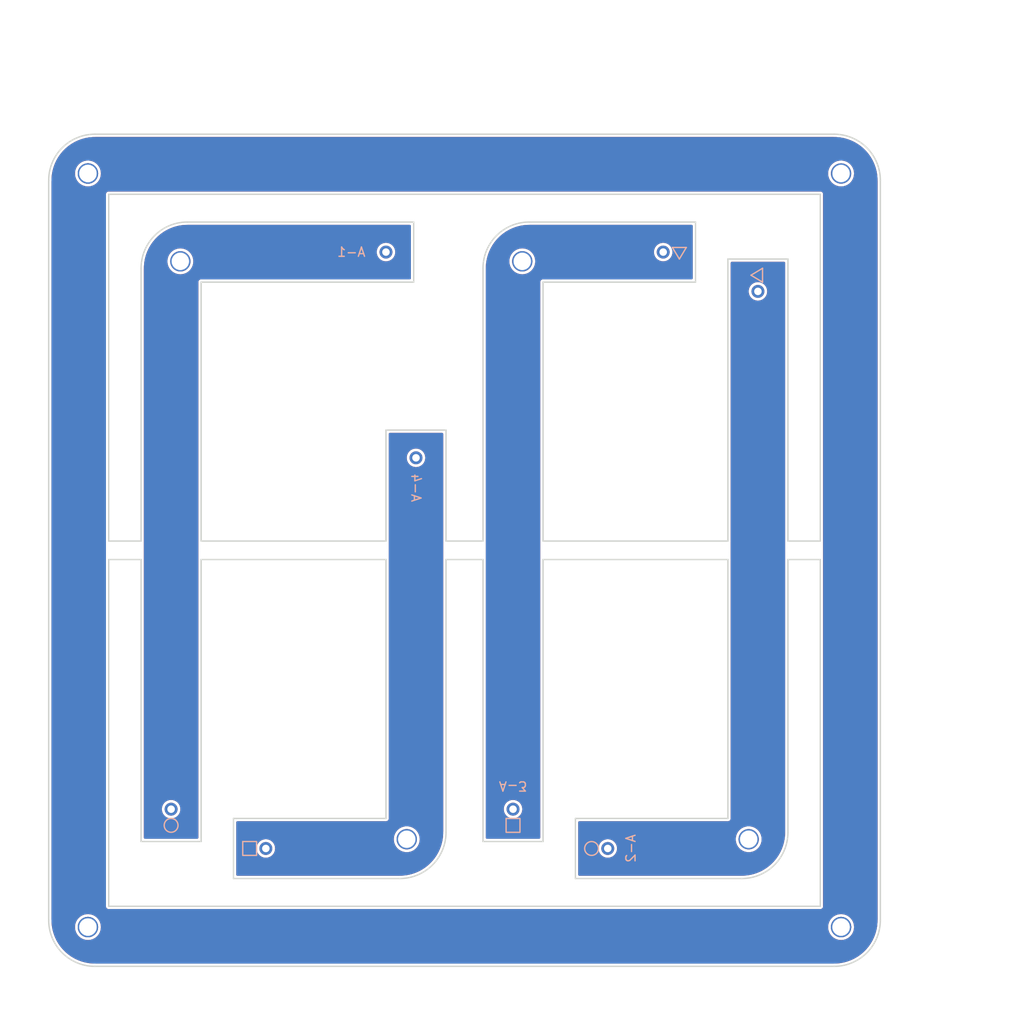
<source format=kicad_pcb>
(kicad_pcb (version 20210228) (generator pcbnew)
  (title_block (title "Kasumigasane Keypad") (company "@e3w2q"))
  (layers (0 "F.Cu" signal) (31 "B.Cu" signal) (34 "B.Paste" user) (35 "F.Paste" user) (36 "B.SilkS" user "B.Silkscreen") (37 "F.SilkS" user "F.Silkscreen") (38 "B.Mask" user) (39 "F.Mask" user) (44 "Edge.Cuts" user))
  (net 0 "")
  (footprint "#footprint:M2_ThroughHole" (layer "F.Cu") (at 25.75 107.25 90)
    (fp_text reference "" hide)
    (fp_text value "" hide)
    (pad "" thru_hole circle (at 0 0 90) (size 2.2 2.2) (drill 1.88) (layers *.Cu *.Mask))
  )
  (footprint "#footprint:1pin_conn_rev3" (layer "F.Cu") (at 58 34.25 90)
    (fp_text reference "" hide)
    (fp_text value "" hide)
    (pad "" thru_hole circle (at 0 0 90) (size 1.4 1.4) (drill 0.8128) (layers *.Cu *.Mask))
  )
  (footprint "#footprint:1pin_conn_rev3" (layer "F.Cu") (at 82 98.75)
    (fp_text reference "" hide)
    (fp_text value "" hide)
    (pad "" thru_hole circle (at 0 0) (size 1.4 1.4) (drill 0.8128) (layers *.Cu *.Mask))
  )
  (footprint "#footprint:0.8mm_NPTH" (layer "F.Cu") (at 57.5 66.5 90)
    (fp_text reference "" hide)
    (fp_text value "" hide)
    (pad "" np_thru_hole circle (at 0 0 90) (size 0.8 0.8) (drill 0.8) (layers F&B.Cu *.Mask))
  )
  (footprint "#footprint:M2_ThroughHole" (layer "F.Cu") (at 25.75 25.75)
    (fp_text reference "" hide)
    (fp_text value "" hide)
    (pad "" thru_hole circle (at 0 0) (size 2.2 2.2) (drill 1.88) (layers *.Cu *.Mask))
  )
  (footprint "#footprint:1pin_conn_rev3" (layer "F.Cu") (at 71.75 50.5 90)
    (fp_text reference "" hide)
    (fp_text value "" hide)
  )
  (footprint "#footprint:1pin_conn_rev3" (layer "F.Cu") (at 41 24.75 180)
    (fp_text reference "" hide)
    (fp_text value "" hide)
  )
  (footprint "#footprint:1pin_conn_rev3" (layer "F.Cu") (at 98.25 38.5 180)
    (fp_text reference "" hide)
    (fp_text value "" hide)
    (pad "" thru_hole circle (at 0 0 180) (size 1.4 1.4) (drill 0.8128) (layers *.Cu *.Mask))
  )
  (footprint "#footprint:1pin_conn_rev3" (layer "F.Cu") (at 61.25 82.5 -90)
    (fp_text reference "" hide)
    (fp_text value "" hide)
  )
  (footprint "#footprint:0.8mm_NPTH" (layer "F.Cu") (at 68 66.5 90)
    (fp_text reference "" hide)
    (fp_text value "" hide)
    (pad "" np_thru_hole circle (at 0 0 90) (size 0.8 0.8) (drill 0.8) (layers F&B.Cu *.Mask))
  )
  (footprint "#footprint:0.8mm_NPTH" (layer "F.Cu") (at 75.5 66.5 90)
    (fp_text reference "" hide)
    (fp_text value "" hide)
    (pad "" np_thru_hole circle (at 0 0 90) (size 0.8 0.8) (drill 0.8) (layers F&B.Cu *.Mask))
  )
  (footprint "#footprint:1pin_conn_rev3" (layer "F.Cu") (at 71.75 50.5 90)
    (fp_text reference "" hide)
    (fp_text value "" hide)
  )
  (footprint "#footprint:M2_ThroughHole" (layer "F.Cu") (at 107.25 25.75 -90)
    (fp_text reference "" hide)
    (fp_text value "" hide)
    (pad "" thru_hole circle (at 0 0 270) (size 2.2 2.2) (drill 1.88) (layers *.Cu *.Mask))
  )
  (footprint "#footprint:1pin_conn_rev3" (layer "F.Cu") (at 51 34.25 180)
    (fp_text reference "" hide)
    (fp_text value "" hide)
  )
  (footprint "#footprint:0.8mm_NPTH" (layer "F.Cu") (at 28.5 66.5 90)
    (fp_text reference "" hide)
    (fp_text value "" hide)
    (pad "" np_thru_hole circle (at 0 0 90) (size 0.8 0.8) (drill 0.8) (layers F&B.Cu *.Mask))
  )
  (footprint "#footprint:M2_ThroughHole" (layer "F.Cu") (at 60.25 97.75 180)
    (fp_text reference "" hide)
    (fp_text value "" hide)
    (pad "" thru_hole circle (at 0 0 180) (size 2.2 2.2) (drill 1.88) (layers *.Cu *.Mask))
  )
  (footprint "#footprint:1pin_conn_rev3" (layer "F.Cu") (at 88 34.25 180)
    (fp_text reference "" hide)
    (fp_text value "" hide)
    (pad "" thru_hole circle (at 0 0 180) (size 1.4 1.4) (drill 0.8128) (layers *.Cu *.Mask))
  )
  (footprint "#footprint:1pin_conn_rev3" (layer "F.Cu") (at 92 24.75)
    (fp_text reference "" hide)
    (fp_text value "" hide)
  )
  (footprint "#footprint:M2_ThroughHole" (layer "F.Cu") (at 107.25 107.25 180)
    (fp_text reference "" hide)
    (fp_text value "" hide)
    (pad "" thru_hole circle (at 0 0 180) (size 2.2 2.2) (drill 1.88) (layers *.Cu *.Mask))
  )
  (footprint "#footprint:1pin_conn_rev3" (layer "F.Cu") (at 108.25 41 90)
    (fp_text reference "" hide)
    (fp_text value "" hide)
  )
  (footprint "#footprint:M2_ThroughHole" (layer "F.Cu") (at 25.75 107.25 90)
    (fp_text reference "" hide)
    (fp_text value "" hide)
    (pad "" thru_hole circle (at 0 0 90) (size 2.2 2.2) (drill 1.88) (layers *.Cu *.Mask))
  )
  (footprint "#footprint:1pin_conn_rev3" (layer "F.Cu") (at 71.75 94.5 -90)
    (fp_text reference "" hide)
    (fp_text value "" hide)
    (pad "" thru_hole circle (at 0 0 270) (size 1.4 1.4) (drill 0.8128) (layers *.Cu *.Mask))
  )
  (footprint "#footprint:M2_ThroughHole" (layer "F.Cu") (at 72.75 35.25)
    (fp_text reference "" hide)
    (fp_text value "" hide)
    (pad "" thru_hole circle (at 0 0) (size 2.2 2.2) (drill 1.88) (layers *.Cu *.Mask))
  )
  (footprint "#footprint:M2_ThroughHole" (layer "F.Cu") (at 35.75 35.25)
    (fp_text reference "" hide)
    (fp_text value "" hide)
  )
  (footprint "#footprint:M2_ThroughHole" (layer "F.Cu") (at 35.75 35.25)
    (fp_text reference "" hide)
    (fp_text value "" hide)
    (pad "" thru_hole circle (at 0 0) (size 2.2 2.2) (drill 1.88) (layers *.Cu *.Mask))
  )
  (footprint "#footprint:0.8mm_NPTH" (layer "F.Cu") (at 102 66.5 90)
    (fp_text reference "" hide)
    (fp_text value "" hide)
    (pad "" np_thru_hole circle (at 0 0 90) (size 0.8 0.8) (drill 0.8) (layers F&B.Cu *.Mask))
  )
  (footprint "#footprint:1pin_conn_rev3" (layer "F.Cu") (at 98.25 82.5 -90)
    (fp_text reference "" hide)
    (fp_text value "" hide)
  )
  (footprint "#footprint:0.8mm_NPTH" (layer "F.Cu") (at 31 66.5 90)
    (fp_text reference "" hide)
    (fp_text value "" hide)
    (pad "" np_thru_hole circle (at 0 0 90) (size 0.8 0.8) (drill 0.8) (layers F&B.Cu *.Mask))
  )
  (footprint "#footprint:1pin_conn_rev3" (layer "F.Cu") (at 51 34.25 180)
    (fp_text reference "" hide)
    (fp_text value "" hide)
  )
  (footprint "#footprint:1pin_conn_rev3" (layer "F.Cu") (at 108.25 92 -90)
    (fp_text reference "" hide)
    (fp_text value "" hide)
  )
  (footprint "#footprint:0.8mm_NPTH" (layer "F.Cu") (at 38.5 66.5 90)
    (fp_text reference "" hide)
    (fp_text value "" hide)
    (pad "" np_thru_hole circle (at 0 0 90) (size 0.8 0.8) (drill 0.8) (layers F&B.Cu *.Mask))
  )
  (footprint "#footprint:M2_ThroughHole" (layer "F.Cu") (at 25.75 25.75)
    (fp_text reference "" hide)
    (fp_text value "" hide)
    (pad "" thru_hole circle (at 0 0) (size 2.2 2.2) (drill 1.88) (layers *.Cu *.Mask))
  )
  (footprint "#footprint:M2_ThroughHole" (layer "F.Cu") (at 107.25 107.25 180)
    (fp_text reference "" hide)
    (fp_text value "" hide)
    (pad "" thru_hole circle (at 0 0 180) (size 2.2 2.2) (drill 1.88) (layers *.Cu *.Mask))
  )
  (footprint "#footprint:0.8mm_NPTH" (layer "F.Cu") (at 94.5 66.5 90)
    (fp_text reference "" hide)
    (fp_text value "" hide)
    (pad "" np_thru_hole circle (at 0 0 90) (size 0.8 0.8) (drill 0.8) (layers F&B.Cu *.Mask))
  )
  (footprint "#footprint:0.8mm_NPTH" (layer "F.Cu") (at 65 66.5 90)
    (fp_text reference "" hide)
    (fp_text value "" hide)
    (pad "" np_thru_hole circle (at 0 0 90) (size 0.8 0.8) (drill 0.8) (layers F&B.Cu *.Mask))
  )
  (footprint "#footprint:1pin_conn_rev3" (layer "F.Cu") (at 98.25 82.5 -90)
    (fp_text reference "" hide)
    (fp_text value "" hide)
  )
  (footprint "#footprint:1pin_conn_rev3" (layer "F.Cu") (at 92 108.25)
    (fp_text reference "" hide)
    (fp_text value "" hide)
  )
  (footprint "#footprint:1pin_conn_rev3" (layer "F.Cu") (at 61.25 56.5)
    (fp_text reference "" hide)
    (fp_text value "" hide)
    (pad "" thru_hole circle (at 0 0) (size 1.4 1.4) (drill 0.8128) (layers *.Cu *.Mask))
  )
  (footprint "#footprint:1pin_conn_rev3" (layer "F.Cu") (at 24.75 41 90)
    (fp_text reference "" hide)
    (fp_text value "" hide)
  )
  (footprint "#footprint:KG-3-mizutama" (layer "F.Cu") (at 66.5 66.5)
    (fp_text reference "G***")
    (fp_text value "LOGO" hide)
  )
  (footprint "#footprint:1pin_conn_rev3" (layer "F.Cu") (at 24.75 92 -90)
    (fp_text reference "" hide)
    (fp_text value "" hide)
  )
  (footprint "#footprint:0.8mm_NPTH" (layer "F.Cu") (at 104.5 66.5 90)
    (fp_text reference "" hide)
    (fp_text value "" hide)
    (pad "" np_thru_hole circle (at 0 0 90) (size 0.8 0.8) (drill 0.8) (layers F&B.Cu *.Mask))
  )
  (footprint "#footprint:1pin_conn_rev3" (layer "F.Cu") (at 45 98.75)
    (fp_text reference "" hide)
    (fp_text value "" hide)
    (pad "" thru_hole circle (at 0 0) (size 1.4 1.4) (drill 0.8128) (layers *.Cu *.Mask))
  )
  (footprint "#footprint:1pin_conn_rev3" (layer "F.Cu") (at 41 108.25 180)
    (fp_text reference "" hide)
    (fp_text value "" hide)
  )
  (footprint "#footprint:M2_ThroughHole" (layer "F.Cu") (at 97.25 97.75 180)
    (fp_text reference "" hide)
    (fp_text value "" hide)
    (pad "" thru_hole circle (at 0 0 180) (size 2.2 2.2) (drill 1.88) (layers *.Cu *.Mask))
  )
  (footprint "#footprint:1pin_conn_rev3" (layer "F.Cu") (at 34.75 94.5 90)
    (fp_text reference "" hide)
    (fp_text value "" hide)
    (pad "" thru_hole circle (at 0 0 90) (size 1.4 1.4) (drill 0.8128) (layers *.Cu *.Mask))
  )
  (footprint "#footprint:KG-4-koume" (layer "B.Cu") (at 66.5 66.5 180)
    (fp_text reference "G***")
    (fp_text value "LOGO" hide)
  )
  (gr_line (start 89 33.75) (end 90.5 33.75) (layer "B.SilkS") (width 0.15))
  (gr_line (start 98.75 37.5) (end 97.5 36.75) (layer "B.SilkS") (width 0.15))
  (gr_circle (center 80.25 98.75) (end 81 98.75) (layer "B.SilkS") (width 0.15) (fill none))
  (gr_circle (center 34.75 96.25) (end 35.5 96.25) (layer "B.SilkS") (width 0.15) (fill none))
  (gr_line (start 90.5 33.75) (end 89.75 35) (layer "B.SilkS") (width 0.15))
  (gr_line (start 98.75 36) (end 97.5 36.75) (layer "B.SilkS") (width 0.15))
  (gr_rect (start 42.5 98) (end 44 99.5) (layer "B.SilkS") (width 0.15) (fill none))
  (gr_line (start 89 33.75) (end 89.75 35) (layer "B.SilkS") (width 0.15))
  (gr_rect (start 72.5 95.5) (end 71 97) (layer "B.SilkS") (width 0.15) (fill none))
  (gr_line (start 98.75 36) (end 98.75 37.5) (layer "B.SilkS") (width 0.15))
  (gr_line (start 41.5 102) (end 41.5 95.5) (layer "Edge.Cuts") (width 0.15))
  (gr_line (start 68.5 67.5) (end 68.5 98) (layer "Edge.Cuts") (width 0.15))
  (gr_line (start 31.5 67.5) (end 31.5 98) (layer "Edge.Cuts") (width 0.15))
  (gr_arc (start 106.5 26.5) (end 111.5 26.5) (angle -90) (layer "Edge.Cuts") (width 0.15))
  (gr_arc (start 106.5 106.5) (end 106.5 111.5) (angle -90) (layer "Edge.Cuts") (width 0.15))
  (gr_line (start 31.5 36) (end 31.5 65.5) (layer "Edge.Cuts") (width 0.15))
  (gr_line (start 61 37.5) (end 38 37.5) (layer "Edge.Cuts") (width 0.15))
  (gr_line (start 78.5 102) (end 96.5 102) (layer "Edge.Cuts") (width 0.15))
  (gr_line (start 58 53.5) (end 58 65.5) (layer "Edge.Cuts") (width 0.15))
  (gr_line (start 28 65.5) (end 28 28) (layer "Edge.Cuts") (width 0.15))
  (gr_line (start 61 37.5) (end 61 31) (layer "Edge.Cuts") (width 0.15))
  (gr_line (start 26.5 21.5) (end 106.5 21.5) (layer "Edge.Cuts") (width 0.15))
  (gr_arc (start 36.5 36) (end 36.5 31) (angle -90) (layer "Edge.Cuts") (width 0.15))
  (gr_arc (start 96.5 97) (end 96.5 102) (angle -90) (layer "Edge.Cuts") (width 0.15))
  (gr_line (start 59.5 102) (end 41.5 102) (layer "Edge.Cuts") (width 0.15))
  (gr_line (start 31.5 98) (end 38 98) (layer "Edge.Cuts") (width 0.15))
  (gr_line (start 26.5 111.5) (end 106.5 111.5) (layer "Edge.Cuts") (width 0.15))
  (gr_line (start 58 65.5) (end 38 65.5) (layer "Edge.Cuts") (width 0.15))
  (gr_line (start 75 65.5) (end 95 65.5) (layer "Edge.Cuts") (width 0.15))
  (gr_line (start 58 67.5) (end 38 67.5) (layer "Edge.Cuts") (width 0.15))
  (gr_line (start 75 98) (end 75 67.5) (layer "Edge.Cuts") (width 0.15))
  (gr_line (start 101.5 97) (end 101.5 67.5) (layer "Edge.Cuts") (width 0.15))
  (gr_line (start 68.5 65.5) (end 68.5 36) (layer "Edge.Cuts") (width 0.15))
  (gr_line (start 58 53.5) (end 64.5 53.5) (layer "Edge.Cuts") (width 0.15))
  (gr_line (start 101.5 65.5) (end 105 65.5) (layer "Edge.Cuts") (width 0.15))
  (gr_line (start 78.5 102) (end 78.5 95.5) (layer "Edge.Cuts") (width 0.15))
  (gr_line (start 91.5 31) (end 73.5 31) (layer "Edge.Cuts") (width 0.15))
  (gr_line (start 28 67.5) (end 31.5 67.5) (layer "Edge.Cuts") (width 0.15))
  (gr_arc (start 26.5 106.5) (end 21.5 106.5) (angle -90) (layer "Edge.Cuts") (width 0.15))
  (gr_line (start 58 95.5) (end 41.5 95.5) (layer "Edge.Cuts") (width 0.15))
  (gr_line (start 28 105) (end 28 67.5) (layer "Edge.Cuts") (width 0.15))
  (gr_line (start 68.5 98) (end 75 98) (layer "Edge.Cuts") (width 0.15))
  (gr_line (start 21.5 26.5) (end 21.5 106.5) (layer "Edge.Cuts") (width 0.15))
  (gr_line (start 91.5 31) (end 91.5 37.5) (layer "Edge.Cuts") (width 0.15))
  (gr_line (start 95 67.5) (end 95 95.5) (layer "Edge.Cuts") (width 0.15))
  (gr_line (start 64.5 67.5) (end 68.5 67.5) (layer "Edge.Cuts") (width 0.15))
  (gr_line (start 95 35) (end 95 65.5) (layer "Edge.Cuts") (width 0.15))
  (gr_line (start 28 28) (end 105 28) (layer "Edge.Cuts") (width 0.15))
  (gr_line (start 75 67.5) (end 95 67.5) (layer "Edge.Cuts") (width 0.15))
  (gr_line (start 38 37.5) (end 38 65.5) (layer "Edge.Cuts") (width 0.15))
  (gr_line (start 111.5 26.5) (end 111.5 106.5) (layer "Edge.Cuts") (width 0.15))
  (gr_line (start 38 98) (end 38 67.5) (layer "Edge.Cuts") (width 0.15))
  (gr_arc (start 73.5 36) (end 73.5 31) (angle -90) (layer "Edge.Cuts") (width 0.15))
  (gr_line (start 64.5 65.5) (end 64.5 53.5) (layer "Edge.Cuts") (width 0.15))
  (gr_arc (start 26.5 26.5) (end 26.5 21.5) (angle -90) (layer "Edge.Cuts") (width 0.15))
  (gr_line (start 64.5 65.5) (end 68.5 65.5) (layer "Edge.Cuts") (width 0.15))
  (gr_line (start 101.5 65.5) (end 101.5 35) (layer "Edge.Cuts") (width 0.15))
  (gr_line (start 58 67.5) (end 58 95.5) (layer "Edge.Cuts") (width 0.15))
  (gr_line (start 28 105) (end 105 105) (layer "Edge.Cuts") (width 0.15))
  (gr_line (start 91.5 37.5) (end 75 37.5) (layer "Edge.Cuts") (width 0.15))
  (gr_line (start 105 67.5) (end 105 105) (layer "Edge.Cuts") (width 0.15))
  (gr_arc (start 59.5 97) (end 59.5 102) (angle -90) (layer "Edge.Cuts") (width 0.15))
  (gr_line (start 105 65.5) (end 105 28) (layer "Edge.Cuts") (width 0.15))
  (gr_line (start 101.5 67.5) (end 105 67.5) (layer "Edge.Cuts") (width 0.15))
  (gr_line (start 61 31) (end 36.5 31) (layer "Edge.Cuts") (width 0.15))
  (gr_line (start 78.5 95.5) (end 95 95.5) (layer "Edge.Cuts") (width 0.15))
  (gr_line (start 28 65.5) (end 31.5 65.5) (layer "Edge.Cuts") (width 0.15))
  (gr_line (start 64.5 67.5) (end 64.5 97) (layer "Edge.Cuts") (width 0.15))
  (gr_line (start 75 65.5) (end 75 37.5) (layer "Edge.Cuts") (width 0.15))
  (gr_line (start 101.5 35) (end 95 35) (layer "Edge.Cuts") (width 0.15))
  (gr_text "A-3" (at 71.75 92 180) (layer "B.SilkS") (effects (font (size 1 1)) (justify mirror)))
  (gr_text "A-1" (at 54.25 34.25) (layer "B.SilkS") (effects (font (size 1 1)) (justify mirror)))
  (gr_text "A-2" (at 84.5 98.75 90) (layer "B.SilkS") (effects (font (size 1 1)) (justify mirror)))
  (gr_text "A-4" (at 61.25 59.75 270) (layer "B.SilkS") (effects (font (size 1 1)) (justify mirror)))
  (zone (net 0) (net_name "") (layers F&B.Cu) (connect_pads (clearance 0)) (min_thickness 0.254)
    (keepout (tracks allowed) (vias allowed) (pads allowed) (copperpour not_allowed) (footprints allowed))
    (fill (thermal_gap 0.508) (thermal_bridge_width 0.508))
    (polygon (pts (xy 31.8 67.5) (xy 27.7 67.5) (xy 27.7 65.5) (xy 31.8 65.5)))
  )
  (zone (net 0) (net_name "") (layers F&B.Cu) (connect_pads (clearance 0)) (min_thickness 0.254)
    (keepout (tracks allowed) (vias allowed) (pads allowed) (copperpour not_allowed) (footprints allowed))
    (fill (thermal_gap 0.508) (thermal_bridge_width 0.508))
    (polygon (pts (xy 95.3 67.5) (xy 74.7 67.5) (xy 74.7 65.5) (xy 95.3 65.5)))
  )
  (zone (net 0) (net_name "") (layers F&B.Cu) (connect_pads (clearance 0)) (min_thickness 0.254)
    (keepout (tracks allowed) (vias allowed) (pads allowed) (copperpour not_allowed) (footprints allowed))
    (fill (thermal_gap 0.508) (thermal_bridge_width 0.508))
    (polygon (pts (xy 68.8 67.5) (xy 64.2 67.5) (xy 64.2 65.5) (xy 68.8 65.5)))
  )
  (zone (net 0) (net_name "") (layers F&B.Cu) (connect_pads (clearance 0.3)) (min_thickness 0.254) (fill yes (thermal_gap 0.508) (thermal_bridge_width 0.508))
    (polygon (pts (xy 111.5 111.5) (xy 21.5 111.5) (xy 21.5 21.5) (xy 111.5 21.5)))
  )
  (zone (net 0) (net_name "") (layers F&B.Cu) (connect_pads (clearance 0)) (min_thickness 0.254)
    (keepout (tracks allowed) (vias allowed) (pads allowed) (copperpour not_allowed) (footprints allowed))
    (fill (thermal_gap 0.508) (thermal_bridge_width 0.508))
    (polygon (pts (xy 105.3 67.5) (xy 101.2 67.5) (xy 101.2 65.5) (xy 105.3 65.5)))
  )
  (zone (net 0) (net_name "") (layers F&B.Cu) (connect_pads (clearance 0)) (min_thickness 0.254)
    (keepout (tracks allowed) (vias allowed) (pads allowed) (copperpour not_allowed) (footprints allowed))
    (fill (thermal_gap 0.508) (thermal_bridge_width 0.508))
    (polygon (pts (xy 58.3 67.5) (xy 37.7 67.5) (xy 37.7 65.5) (xy 58.3 65.5)))
  )
)
</source>
